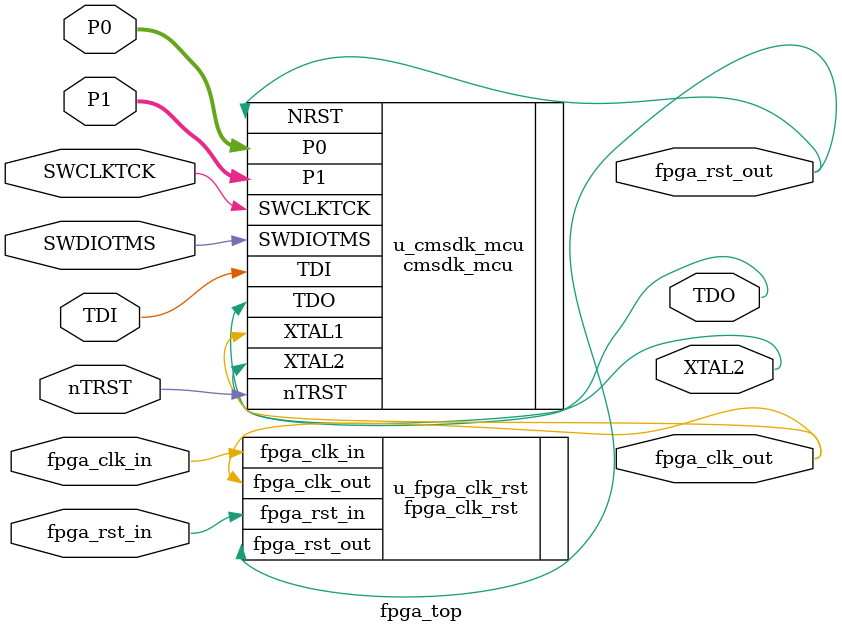
<source format=v>

module fpga_top (/*autoarg*/
   // Outputs
   XTAL2, TDO, fpga_clk_out,fpga_rst_out,
   // Inouts
   SWDIOTMS, P1, P0,
   // Inputs
   nTRST, fpga_rst_in, fpga_clk_in, TDI, SWCLKTCK
   );

/*autoinput*/
// Beginning of automatic inputs (from unused autoinst inputs)
input			SWCLKTCK;		// To u_cmsdk_mcu of cmsdk_mcu.v
input			TDI;			// To u_cmsdk_mcu of cmsdk_mcu.v
input			fpga_clk_in;		// To u_fpga_clk_rst of fpga_clk_rst.v
input			fpga_rst_in;		// To u_fpga_clk_rst of fpga_clk_rst.v
input			nTRST;			// To u_cmsdk_mcu of cmsdk_mcu.v
// End of automatics

/*autooutput*/
// Beginning of automatic outputs (from unused autoinst outputs)
output			TDO;			// From u_cmsdk_mcu of cmsdk_mcu.v
output			XTAL2;			// From u_cmsdk_mcu of cmsdk_mcu.v
output			fpga_clk_out;		// From u_fpga_clk_rst of fpga_clk_rst.v
output			fpga_rst_out;		// From u_fpga_clk_rst of fpga_clk_rst.v

// End of automatics

/*autoinout*/
// Beginning of automatic inouts (from unused autoinst inouts)
inout [15:0]		P0;			// To/From u_cmsdk_mcu of cmsdk_mcu.v
inout [15:0]		P1;			// To/From u_cmsdk_mcu of cmsdk_mcu.v
inout			SWDIOTMS;		// To/From u_cmsdk_mcu of cmsdk_mcu.v
// End of automatics

/*autowire*/
// Beginning of automatic wires (for undeclared instantiated-module outputs)

// End of automatics


//--------------------------------------------------------------------------------------------
//  instance fpga_clk_rst
//--------------------------------------------------------------------------------------------
/*fpga_clk_rst auto_template "u_\([a-z]+[0-9]+\)" (
	.\(.*\)						(\1[]),
);*/
fpga_clk_rst  u_fpga_clk_rst (/*autoinst*/
			      // Outputs
			      .fpga_clk_out	(fpga_clk_out),	 // Templated
			      .fpga_rst_out	(fpga_rst_out),	 // Templated
			      // Inputs
			      .fpga_clk_in	(fpga_clk_in),	 // Templated
			      .fpga_rst_in	(fpga_rst_in));	 // Templated

//--------------------------------------------------------------------------------------------
//  instance cmsdk_mcu
//--------------------------------------------------------------------------------------------
/*cmsdk_mcu auto_template "u_\([a-z]+[0-9]+\)" (
	.XTAL1						(fpga_clk_out),
	.NRST						(fpga_rst_out),
	.\(.*\)						(\1[]),
);*/
cmsdk_mcu  u_cmsdk_mcu (/*autoinst*/
			// Outputs
			.XTAL2		(XTAL2),		 // Templated
			.TDO		(TDO),			 // Templated
			// Inouts
			.P0		(P0[15:0]),		 // Templated
			.P1		(P1[15:0]),		 // Templated
			.SWDIOTMS	(SWDIOTMS),		 // Templated
			// Inputs
			.XTAL1		(fpga_clk_out),		 // Templated
			.NRST		(fpga_rst_out),		 // Templated
			.nTRST		(nTRST),		 // Templated
			.TDI		(TDI),			 // Templated
			.SWCLKTCK	(SWCLKTCK));		 // Templated

endmodule

// Local Variables:
// verilog-library-directories:("/fhome/icdata/hr_li/Music/M0_test/design/xilinx/xcku115" "/fhome/icdata/hr_li/Music/M0_test/design/verilog/mcu_top")
// verilog-auto-inst-param-value:t
// verilog-auto-output-ignore-regexp:"^.*_nc.*\\|^.*pst.*"
// verilog-auto-input-ignore-regexp:"^.*nc.*\\|^.*pst.*"
// End:


</source>
